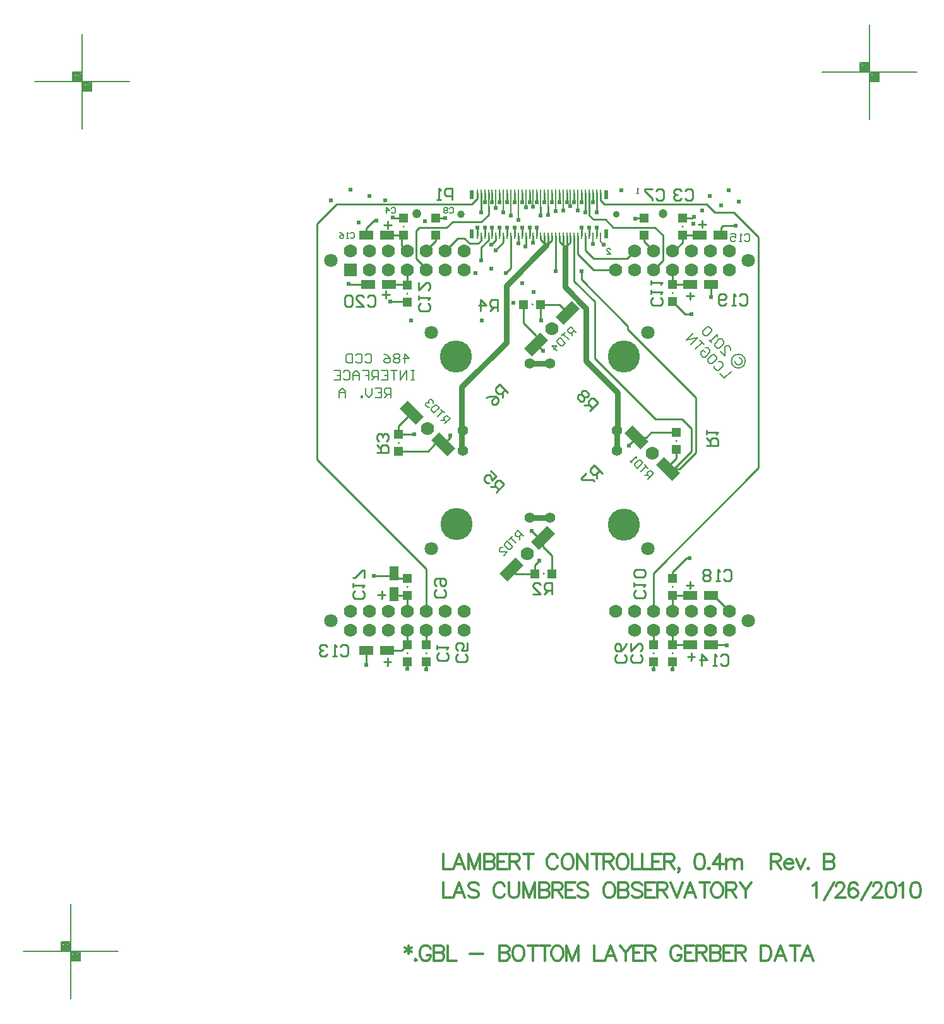
<source format=gbl>
%FSLAX25Y25*%
%MOIN*%
G70*
G01*
G75*
G04 Layer_Physical_Order=5*
G04 Layer_Color=16711680*
%ADD10C,0.00984*%
%ADD11C,0.01000*%
%ADD12C,0.00787*%
%ADD13C,0.00700*%
%ADD14C,0.01201*%
%ADD15C,0.00800*%
%ADD16C,0.01200*%
%ADD17C,0.01201*%
%ADD18C,0.07087*%
%ADD19C,0.07000*%
%ADD20C,0.03937*%
%ADD21C,0.03543*%
%ADD22C,0.05512*%
%ADD23R,0.07000X0.07000*%
%ADD24C,0.04807*%
%ADD25C,0.04724*%
%ADD26C,0.16929*%
%ADD27C,0.02400*%
%ADD28C,0.04000*%
%ADD29C,0.09087*%
%ADD30C,0.09874*%
%ADD31C,0.05937*%
%ADD32C,0.05543*%
%ADD33C,0.05347*%
%ADD34C,0.06000*%
G04:AMPARAMS|DCode=35|XSize=100mil|YSize=100mil|CornerRadius=0mil|HoleSize=0mil|Usage=FLASHONLY|Rotation=0.000|XOffset=0mil|YOffset=0mil|HoleType=Round|Shape=Relief|Width=10mil|Gap=10mil|Entries=4|*
%AMTHD35*
7,0,0,0.10000,0.08000,0.01000,45*
%
%ADD35THD35*%
%ADD36C,0.06921*%
%ADD37C,0.18929*%
%ADD38C,0.03000*%
G04:AMPARAMS|DCode=39|XSize=70mil|YSize=70mil|CornerRadius=0mil|HoleSize=0mil|Usage=FLASHONLY|Rotation=0.000|XOffset=0mil|YOffset=0mil|HoleType=Round|Shape=Relief|Width=10mil|Gap=10mil|Entries=4|*
%AMTHD39*
7,0,0,0.07000,0.05000,0.01000,45*
%
%ADD39THD39*%
%ADD40C,0.00500*%
%ADD41R,0.07800X0.04800*%
%ADD42R,0.04800X0.07800*%
%ADD43R,0.05000X0.05000*%
G04:AMPARAMS|DCode=44|XSize=59.06mil|YSize=118.11mil|CornerRadius=0mil|HoleSize=0mil|Usage=FLASHONLY|Rotation=315.000|XOffset=0mil|YOffset=0mil|HoleType=Round|Shape=Rectangle|*
%AMROTATEDRECTD44*
4,1,4,-0.06264,-0.02088,0.02088,0.06264,0.06264,0.02088,-0.02088,-0.06264,-0.06264,-0.02088,0.0*
%
%ADD44ROTATEDRECTD44*%

G04:AMPARAMS|DCode=45|XSize=59.06mil|YSize=118.11mil|CornerRadius=0mil|HoleSize=0mil|Usage=FLASHONLY|Rotation=45.000|XOffset=0mil|YOffset=0mil|HoleType=Round|Shape=Rectangle|*
%AMROTATEDRECTD45*
4,1,4,0.02088,-0.06264,-0.06264,0.02088,-0.02088,0.06264,0.06264,-0.02088,0.02088,-0.06264,0.0*
%
%ADD45ROTATEDRECTD45*%

%ADD46R,0.05000X0.05000*%
%ADD47R,0.02362X0.05118*%
%ADD48R,0.00984X0.03543*%
%ADD49C,0.03000*%
D10*
X189728Y108639D02*
Y110102D01*
X194047Y114421D01*
Y118925D01*
X192839Y108639D02*
X195939D01*
X204500Y117200D01*
X189728Y108639D02*
X192839D01*
X202247Y118047D01*
X144000Y208500D02*
X168500Y184000D01*
X204500Y117200D02*
Y146400D01*
X168500Y182400D02*
X204500Y146400D01*
X168500Y182400D02*
Y184000D01*
X144000Y208500D02*
Y213000D01*
X130421Y213079D02*
X130500Y213000D01*
X130421Y213079D02*
Y231693D01*
X182987Y135025D02*
X197247D01*
X151047Y166965D02*
X182987Y135025D01*
X151047Y166965D02*
Y196825D01*
X34449Y239469D02*
X35925D01*
X30500Y235520D02*
X34449Y239469D01*
X30500Y232000D02*
Y235520D01*
X41500Y232000D02*
X41575Y231925D01*
X50047D01*
X21161Y206201D02*
X21362Y206000D01*
X31500D01*
X51972D02*
X52047Y205925D01*
X42500Y206000D02*
X51972D01*
X213671Y42000D02*
X222049Y33622D01*
X212500Y42000D02*
X213671D01*
X201425Y41925D02*
X201500Y42000D01*
X192047Y41925D02*
X201425D01*
X220713Y16000D02*
X220965Y15748D01*
X212500Y16000D02*
X220713D01*
X192122D02*
X201500D01*
X192049Y15927D02*
X192122Y16000D01*
X212500Y199213D02*
Y206000D01*
X192049Y205927D02*
Y213622D01*
Y205927D02*
X192122Y206000D01*
X192047Y205925D02*
X192049Y205927D01*
X192122Y206000D02*
X201500D01*
X192047Y196925D02*
X198716Y190256D01*
X202264D01*
X218838Y237008D02*
X225590D01*
X217657Y235827D02*
X218838Y237008D01*
X217657Y232157D02*
Y235827D01*
X217500Y232000D02*
X217657Y232157D01*
X30413Y5413D02*
X30500Y5500D01*
Y13000D01*
X45000Y42500D02*
X45575Y41925D01*
X52047D01*
X34350Y52362D02*
X46138D01*
X47575Y50925D01*
X52047D01*
X43247Y196925D02*
X52047D01*
X168052Y219625D02*
X172049Y223622D01*
X150447Y219625D02*
X168052D01*
X146169Y223903D02*
X150447Y219625D01*
X146169Y223903D02*
Y231693D01*
X150550Y213622D02*
X162049D01*
X142232Y221940D02*
X150550Y213622D01*
X142232Y221940D02*
Y231693D01*
X89083Y251297D02*
Y254134D01*
X56947Y219525D02*
Y234425D01*
X94988Y251066D02*
Y254134D01*
X154043Y250429D02*
X156247Y248225D01*
X154043Y250429D02*
Y254134D01*
X210147Y248225D02*
X214447Y243925D01*
X156247Y248225D02*
X210147D01*
X148138Y250415D02*
Y254134D01*
X148239Y242433D02*
X150447Y240225D01*
X148014Y245117D02*
X148239Y244892D01*
X148014Y245117D02*
Y250292D01*
X148239Y242433D02*
Y244892D01*
X148014Y250292D02*
X148138Y250415D01*
X150447Y240225D02*
X156647D01*
X160747Y236125D01*
X182847D01*
X187047Y231925D01*
Y218620D02*
Y231925D01*
X214447Y243925D02*
X224547D01*
X237547Y230925D01*
Y109225D02*
Y230925D01*
X126447Y247125D02*
X126484Y247162D01*
X126447Y242525D02*
Y247125D01*
X96347Y226925D02*
X96447D01*
X98925Y229403D01*
Y231693D01*
X102862Y228140D02*
Y231693D01*
X98747Y224025D02*
X102862Y228140D01*
X106799Y214677D02*
Y231693D01*
X104147Y212025D02*
X106799Y214677D01*
X110736Y227636D02*
X110747Y227625D01*
X110736Y227636D02*
Y231693D01*
X114547Y226125D02*
X114673Y226251D01*
Y231693D01*
X118547Y227825D02*
X118610Y227888D01*
Y231693D01*
X91047Y244025D02*
X91051Y244029D01*
Y254134D01*
X146147Y244025D02*
X146169Y244047D01*
X152075Y244098D02*
X152147Y244025D01*
X152075Y244098D02*
Y254134D01*
X150106Y249425D02*
Y254134D01*
X146169Y244047D02*
Y254134D01*
X144201Y249425D02*
Y254134D01*
X140264Y249425D02*
Y254134D01*
X136327Y249425D02*
Y254134D01*
X132390Y249425D02*
Y254134D01*
X128453Y249425D02*
Y254134D01*
X93020Y249425D02*
Y254134D01*
X96957Y249425D02*
Y254134D01*
X108768Y249425D02*
Y254134D01*
X116642Y249425D02*
Y254134D01*
X120579Y249425D02*
Y254134D01*
X124516Y249425D02*
Y254134D01*
X100894Y249425D02*
Y254134D01*
X104831Y249425D02*
Y254134D01*
X144201Y231693D02*
Y235925D01*
X120579Y231693D02*
Y235925D01*
X108768Y231693D02*
Y235925D01*
X112705Y231693D02*
Y235925D01*
X152075Y231693D02*
Y235925D01*
X148138Y231693D02*
Y235925D01*
X116642Y231693D02*
Y235925D01*
X89083Y231693D02*
Y235925D01*
X93020Y231693D02*
Y235925D01*
X96957Y231693D02*
Y235925D01*
X100894Y231693D02*
Y235925D01*
X104831Y231693D02*
Y235925D01*
X52047Y205925D02*
X52049Y205927D01*
X49247Y231125D02*
X50047Y231925D01*
X49247Y226424D02*
Y231125D01*
Y226424D02*
X52049Y223622D01*
X44347Y241225D02*
X44647Y240925D01*
X50047D01*
X71847D02*
X72047Y241125D01*
X67047Y240925D02*
X71847D01*
X67047Y228825D02*
Y231925D01*
X62049Y223827D02*
X67047Y228825D01*
X62049Y223622D02*
Y223827D01*
X177047Y228624D02*
Y231925D01*
X172347Y240725D02*
X172547Y240925D01*
X177047D01*
Y228624D02*
X182049Y223622D01*
X192047Y196925D02*
X192147Y196825D01*
X182047Y2953D02*
Y6925D01*
Y15925D02*
X182049Y15927D01*
Y23622D01*
X192047Y2854D02*
Y6925D01*
X192049Y15927D02*
Y23622D01*
X192047Y33624D02*
Y41925D01*
X62047Y2953D02*
Y6925D01*
Y15925D02*
Y23620D01*
X52047Y3150D02*
Y6925D01*
Y15925D02*
X52049Y15927D01*
Y23622D01*
Y33622D02*
Y41923D01*
X140264Y207609D02*
X151047Y196825D01*
X140264Y207609D02*
Y231693D01*
X197247Y135025D02*
X202247Y130025D01*
Y118047D02*
Y130025D01*
X180947Y127925D02*
X194047D01*
X132390Y228483D02*
X134358Y226514D01*
X132390Y228483D02*
Y231693D01*
X134358Y226514D02*
Y231693D01*
X136327Y226305D02*
X138295Y228273D01*
Y231693D01*
X136327Y226305D02*
Y231693D01*
X173024Y125342D02*
X178364D01*
X180947Y127925D01*
X169147Y121465D02*
X173024Y125342D01*
X169147Y121125D02*
Y121465D01*
X121747Y60225D02*
X121847D01*
X119547Y58025D02*
X121747Y60225D01*
X119547Y53425D02*
Y58025D01*
X123964Y67708D02*
Y72448D01*
Y67708D02*
X128547Y63125D01*
Y53425D02*
Y63125D01*
X107261Y55745D02*
X109580Y53425D01*
X119547D01*
X121424Y72448D02*
X123964D01*
X117847Y76025D02*
X121424Y72448D01*
X55747Y126925D02*
X55947Y127125D01*
X47547Y126925D02*
X55747D01*
X47547D02*
Y131392D01*
X63047Y117925D02*
X66631Y121509D01*
X47547Y117925D02*
X63047D01*
X47547Y131392D02*
X54367Y138212D01*
X71070Y121509D02*
X74947Y125386D01*
Y126225D01*
X122547Y187125D02*
X122747Y186925D01*
X122547Y187125D02*
Y195425D01*
X120131Y174402D02*
Y178942D01*
X113547Y185525D02*
X120131Y178942D01*
X113547Y185525D02*
Y195425D01*
X122547D02*
X132514D01*
X136834Y191106D01*
X62049Y33622D02*
Y56123D01*
X4547Y113625D02*
X62049Y56123D01*
X4547Y113625D02*
Y237925D01*
X182049Y53727D02*
X237547Y109225D01*
X182049Y33622D02*
Y53727D01*
X56947Y219525D02*
X62049Y214423D01*
Y213622D02*
Y214423D01*
X182049Y213622D02*
X187047Y218620D01*
X182049Y213622D02*
Y214838D01*
X201154Y223622D02*
X202049D01*
X42049Y222406D02*
Y223622D01*
X197400Y240900D02*
X202514D01*
X203346Y241732D01*
X4547Y237925D02*
X14949Y248327D01*
X86112D01*
X89083Y251297D01*
D11*
X52141Y201100D02*
G03*
X52141Y201100I-141J0D01*
G01*
X118189Y195425D02*
G03*
X118189Y195425I-141J0D01*
G01*
X47689Y122425D02*
G03*
X47689Y122425I-141J0D01*
G01*
X124189Y53425D02*
G03*
X124189Y53425I-141J0D01*
G01*
X194189Y123425D02*
G03*
X194189Y123425I-141J0D01*
G01*
X192189Y11425D02*
G03*
X192189Y11425I-141J0D01*
G01*
X52189D02*
G03*
X52189Y11425I-141J0D01*
G01*
X197541Y236400D02*
G03*
X197541Y236400I-141J0D01*
G01*
X50189Y236425D02*
G03*
X50189Y236425I-141J0D01*
G01*
X62189Y11425D02*
G03*
X62189Y11425I-141J0D01*
G01*
X182189D02*
G03*
X182189Y11425I-141J0D01*
G01*
X52189Y46425D02*
G03*
X52189Y46425I-141J0D01*
G01*
X192189D02*
G03*
X192189Y46425I-141J0D01*
G01*
Y201425D02*
G03*
X192189Y201425I-141J0D01*
G01*
X81377Y118327D02*
X81397Y118347D01*
X120131Y174402D02*
X120498D01*
X123900Y171000D01*
X114700Y246500D02*
Y247600D01*
X114673Y247627D02*
X114700Y247600D01*
X199322Y61625D02*
X201247D01*
X192047Y54350D02*
X199322Y61625D01*
X192047Y50925D02*
Y54350D01*
X39728Y237413D02*
X43665D01*
X41697Y235445D02*
X41795Y235543D01*
Y239283D01*
X38878Y200689D02*
X42815D01*
X40846Y198721D02*
X40945Y198819D01*
Y202559D01*
X201279Y45571D02*
X201378Y45669D01*
Y49409D01*
X199311Y47441D02*
X203248D01*
X200000Y9646D02*
X203937D01*
X202067Y7874D02*
Y11614D01*
X201969Y7776D02*
X202067Y7874D01*
X201476Y198031D02*
Y201772D01*
X201378Y197933D02*
X201476Y198031D01*
X199409Y199902D02*
X203346D01*
X205709Y237795D02*
X209646D01*
X207776Y236024D02*
Y239764D01*
X207677Y235925D02*
X207776Y236024D01*
X206400Y231900D02*
X206500Y232000D01*
X197400Y231900D02*
X206400D01*
X49122Y13000D02*
X52047Y15925D01*
X41500Y13000D02*
X49122D01*
X39665Y6890D02*
X43602D01*
X41732Y5118D02*
Y8858D01*
X41634Y5020D02*
X41732Y5118D01*
X36614Y42224D02*
X40551D01*
X38681Y40453D02*
Y44193D01*
X38583Y40354D02*
X38681Y40453D01*
X52049Y205927D02*
Y213622D01*
X91247Y218625D02*
Y225625D01*
X94988Y229366D01*
Y231693D01*
X72049Y223622D02*
X78752Y230325D01*
X82247D01*
X85047Y227525D01*
X89555D01*
X91051Y229021D01*
Y231693D01*
X76047Y239025D02*
X91247D01*
X94988Y242766D01*
Y247184D01*
X122447Y246725D02*
X122547Y246825D01*
X122447Y242425D02*
Y246725D01*
X112705Y249425D02*
Y254134D01*
X124516Y227557D02*
Y231693D01*
X122547Y229525D02*
X124516Y227557D01*
X125597Y226475D01*
X122547Y229525D02*
Y231693D01*
X128447Y231687D02*
X128453Y231693D01*
X128447Y229325D02*
Y231687D01*
X126484Y227362D02*
X128447Y229325D01*
X126484Y227362D02*
Y231693D01*
X197400Y228109D02*
Y231900D01*
X192913Y223622D02*
X197400Y228109D01*
X192049Y223622D02*
X192913D01*
X56947Y234425D02*
X58347Y235825D01*
X72847D01*
X76047Y239025D01*
X31139Y199191D02*
X32139Y200191D01*
X34138D01*
X35138Y199191D01*
Y195193D01*
X34138Y194193D01*
X32139D01*
X31139Y195193D01*
X25141Y194193D02*
X29140D01*
X25141Y198192D01*
Y199191D01*
X26141Y200191D01*
X28140D01*
X29140Y199191D01*
X23142D02*
X22142Y200191D01*
X20143D01*
X19143Y199191D01*
Y195193D01*
X20143Y194193D01*
X22142D01*
X23142Y195193D01*
Y199191D01*
X227497Y199979D02*
X228497Y200978D01*
X230496D01*
X231496Y199979D01*
Y195980D01*
X230496Y194980D01*
X228497D01*
X227497Y195980D01*
X225498Y194980D02*
X223499D01*
X224498D01*
Y200978D01*
X225498Y199979D01*
X220500Y195980D02*
X219500Y194980D01*
X217501D01*
X216501Y195980D01*
Y199979D01*
X217501Y200978D01*
X219500D01*
X220500Y199979D01*
Y198979D01*
X219500Y197979D01*
X216501D01*
X219131Y54506D02*
X220131Y55506D01*
X222130D01*
X223130Y54506D01*
Y50507D01*
X222130Y49508D01*
X220131D01*
X219131Y50507D01*
X217132Y49508D02*
X215132D01*
X216132D01*
Y55506D01*
X217132Y54506D01*
X212134D02*
X211134Y55506D01*
X209135D01*
X208135Y54506D01*
Y53507D01*
X209135Y52507D01*
X208135Y51507D01*
Y50507D01*
X209135Y49508D01*
X211134D01*
X212134Y50507D01*
Y51507D01*
X211134Y52507D01*
X212134Y53507D01*
Y54506D01*
X211134Y52507D02*
X209135D01*
X28620Y44156D02*
X29620Y43156D01*
Y41157D01*
X28620Y40157D01*
X24622D01*
X23622Y41157D01*
Y43156D01*
X24622Y44156D01*
X23622Y46156D02*
Y48155D01*
Y47155D01*
X29620D01*
X28620Y46156D01*
X29620Y51154D02*
Y55153D01*
X28620D01*
X24622Y51154D01*
X23622D01*
X217556Y9821D02*
X218556Y10821D01*
X220555D01*
X221555Y9821D01*
Y5822D01*
X220555Y4823D01*
X218556D01*
X217556Y5822D01*
X215557Y4823D02*
X213558D01*
X214557D01*
Y10821D01*
X215557Y9821D01*
X207560Y4823D02*
Y10821D01*
X210559Y7822D01*
X206560D01*
X16867Y15038D02*
X17867Y16037D01*
X19866D01*
X20866Y15038D01*
Y11039D01*
X19866Y10039D01*
X17867D01*
X16867Y11039D01*
X14868Y10039D02*
X12869D01*
X13868D01*
Y16037D01*
X14868Y15038D01*
X9870D02*
X8870Y16037D01*
X6871D01*
X5871Y15038D01*
Y14038D01*
X6871Y13038D01*
X7870D01*
X6871D01*
X5871Y12039D01*
Y11039D01*
X6871Y10039D01*
X8870D01*
X9870Y11039D01*
X63069Y195829D02*
X64069Y194830D01*
Y192830D01*
X63069Y191831D01*
X59071D01*
X58071Y192830D01*
Y194830D01*
X59071Y195829D01*
X58071Y197829D02*
Y199828D01*
Y198828D01*
X64069D01*
X63069Y197829D01*
X58071Y206826D02*
Y202827D01*
X62070Y206826D01*
X63069D01*
X64069Y205826D01*
Y203827D01*
X63069Y202827D01*
X75689Y250525D02*
Y256523D01*
X72690D01*
X71690Y255524D01*
Y253524D01*
X72690Y252524D01*
X75689D01*
X69691Y250525D02*
X67692D01*
X68691D01*
Y256523D01*
X69691Y255524D01*
X185746Y198924D02*
X186745Y197924D01*
Y195925D01*
X185746Y194925D01*
X181747D01*
X180747Y195925D01*
Y197924D01*
X181747Y198924D01*
X180747Y200923D02*
Y202923D01*
Y201923D01*
X186745D01*
X185746Y200923D01*
X180747Y205922D02*
Y207921D01*
Y206921D01*
X186745D01*
X185746Y205922D01*
X176947Y44747D02*
X177947Y43747D01*
Y41748D01*
X176947Y40748D01*
X172949D01*
X171949Y41748D01*
Y43747D01*
X172949Y44747D01*
X171949Y46746D02*
Y48745D01*
Y47746D01*
X177947D01*
X176947Y46746D01*
Y51745D02*
X177947Y52744D01*
Y54743D01*
X176947Y55743D01*
X172949D01*
X171949Y54743D01*
Y52744D01*
X172949Y51745D01*
X176947D01*
X71337Y45042D02*
X72337Y44042D01*
Y42043D01*
X71337Y41043D01*
X67338D01*
X66339Y42043D01*
Y44042D01*
X67338Y45042D01*
Y47041D02*
X66339Y48041D01*
Y50040D01*
X67338Y51040D01*
X71337D01*
X72337Y50040D01*
Y48041D01*
X71337Y47041D01*
X70337D01*
X69338Y48041D01*
Y51040D01*
X183403Y255392D02*
X184403Y256392D01*
X186402D01*
X187402Y255392D01*
Y251393D01*
X186402Y250394D01*
X184403D01*
X183403Y251393D01*
X181404Y256392D02*
X177405D01*
Y255392D01*
X181404Y251393D01*
Y250394D01*
X166908Y10593D02*
X167908Y9594D01*
Y7594D01*
X166908Y6594D01*
X162909D01*
X161909Y7594D01*
Y9594D01*
X162909Y10593D01*
X167908Y16591D02*
X166908Y14592D01*
X164909Y12593D01*
X162909D01*
X161909Y13592D01*
Y15592D01*
X162909Y16591D01*
X163909D01*
X164909Y15592D01*
Y12593D01*
X82754Y10987D02*
X83754Y9987D01*
Y7988D01*
X82754Y6988D01*
X78756D01*
X77756Y7988D01*
Y9987D01*
X78756Y10987D01*
X83754Y16985D02*
Y12986D01*
X80755D01*
X81755Y14986D01*
Y15985D01*
X80755Y16985D01*
X78756D01*
X77756Y15985D01*
Y13986D01*
X78756Y12986D01*
X198954Y255294D02*
X199954Y256293D01*
X201953D01*
X202953Y255294D01*
Y251295D01*
X201953Y250295D01*
X199954D01*
X198954Y251295D01*
X196955Y255294D02*
X195955Y256293D01*
X193956D01*
X192956Y255294D01*
Y254294D01*
X193956Y253294D01*
X194955D01*
X193956D01*
X192956Y252295D01*
Y251295D01*
X193956Y250295D01*
X195955D01*
X196955Y251295D01*
X174979Y10593D02*
X175978Y9594D01*
Y7594D01*
X174979Y6594D01*
X170980D01*
X169980Y7594D01*
Y9594D01*
X170980Y10593D01*
X169980Y16591D02*
Y12593D01*
X173979Y16591D01*
X174979D01*
X175978Y15592D01*
Y13592D01*
X174979Y12593D01*
X72715Y11774D02*
X73715Y10775D01*
Y8775D01*
X72715Y7776D01*
X68716D01*
X67716Y8775D01*
Y10775D01*
X68716Y11774D01*
X67716Y13774D02*
Y15773D01*
Y14773D01*
X73715D01*
X72715Y13774D01*
X210300Y121100D02*
X216298D01*
Y124099D01*
X215298Y125099D01*
X213299D01*
X212299Y124099D01*
Y121100D01*
Y123099D02*
X210300Y125099D01*
Y127098D02*
Y129097D01*
Y128098D01*
X216298D01*
X215298Y127098D01*
X128347Y42625D02*
Y48623D01*
X125348D01*
X124348Y47624D01*
Y45624D01*
X125348Y44625D01*
X128347D01*
X126348D02*
X124348Y42625D01*
X118351D02*
X122349D01*
X118351Y46624D01*
Y47624D01*
X119350Y48623D01*
X121350D01*
X122349Y47624D01*
X36247Y117425D02*
X42245D01*
Y120424D01*
X41246Y121424D01*
X39246D01*
X38247Y120424D01*
Y117425D01*
Y119424D02*
X36247Y121424D01*
X41246Y123423D02*
X42245Y124423D01*
Y126422D01*
X41246Y127422D01*
X40246D01*
X39246Y126422D01*
Y125423D01*
Y126422D01*
X38247Y127422D01*
X37247D01*
X36247Y126422D01*
Y124423D01*
X37247Y123423D01*
X99747Y192125D02*
Y198123D01*
X96748D01*
X95749Y197124D01*
Y195124D01*
X96748Y194124D01*
X99747D01*
X97748D02*
X95749Y192125D01*
X90750D02*
Y198123D01*
X93749Y195124D01*
X89750D01*
X99016Y96378D02*
X103257Y100619D01*
X101136Y102740D01*
X99723D01*
X98309Y101326D01*
Y99912D01*
X100429Y97792D01*
X99016Y99205D02*
X96188D01*
Y107688D02*
X99016Y104860D01*
X96895Y102740D01*
X96188Y104860D01*
X95481Y105567D01*
X94068D01*
X92654Y104154D01*
Y102740D01*
X94068Y101326D01*
X95481D01*
X105138Y149016D02*
X100897Y153257D01*
X98776Y151136D01*
Y149723D01*
X100190Y148309D01*
X101603D01*
X103724Y150429D01*
X102310Y149016D02*
Y146188D01*
X93828D02*
X95948Y146895D01*
X98776D01*
X100190Y145481D01*
Y144068D01*
X98776Y142654D01*
X97362D01*
X96655Y143361D01*
Y144774D01*
X98776Y146895D01*
X155055Y106434D02*
X150814Y110675D01*
X148693Y108554D01*
Y107141D01*
X150107Y105727D01*
X151521D01*
X153641Y107848D01*
X152228Y106434D02*
Y103606D01*
X146573Y106434D02*
X143745Y103606D01*
X144452Y102900D01*
X150107Y102900D01*
X150814Y102193D01*
X148425Y139449D02*
X152666Y143690D01*
X150546Y145811D01*
X149132D01*
X147718Y144397D01*
Y142983D01*
X149839Y140863D01*
X148425Y142276D02*
X145598D01*
X147718Y147224D02*
Y148638D01*
X146305Y150052D01*
X144891D01*
X144184Y149345D01*
Y147931D01*
X142770D01*
X142063Y147224D01*
Y145811D01*
X143477Y144397D01*
X144891D01*
X145598Y145104D01*
Y146518D01*
X147011D01*
X147718Y147224D01*
X145598Y146518D02*
X144184Y147931D01*
D13*
X118610Y247110D02*
Y254134D01*
X114673Y247627D02*
Y254134D01*
X134447Y245125D02*
Y246947D01*
X134358Y247036D02*
X134447Y246947D01*
X142147Y244925D02*
X142232Y245010D01*
Y254134D01*
X98925Y246147D02*
Y254134D01*
X110736Y240036D02*
X110747Y240025D01*
X102847Y244025D02*
X102862Y244040D01*
Y254134D01*
X154043Y228529D02*
X155647Y226925D01*
X154043Y228529D02*
Y231693D01*
X150047Y227325D02*
X150106Y227384D01*
Y231693D01*
X94988Y247184D02*
Y251066D01*
X130347Y244625D02*
X130421Y244699D01*
X106799Y242277D02*
Y254134D01*
X110736Y240036D02*
Y254134D01*
X122547Y246825D02*
Y254134D01*
X126484Y247162D02*
Y254134D01*
X134358Y247036D02*
Y254134D01*
X138295Y247273D02*
Y254134D01*
X130421Y244699D02*
Y254134D01*
X22016Y232814D02*
X22516Y233314D01*
X23516D01*
X24016Y232814D01*
Y230815D01*
X23516Y230315D01*
X22516D01*
X22016Y230815D01*
X21017Y230315D02*
X20017D01*
X20517D01*
Y233314D01*
X21017Y232814D01*
X16518Y233314D02*
X17518Y232814D01*
X18518Y231815D01*
Y230815D01*
X18018Y230315D01*
X17018D01*
X16518Y230815D01*
Y231315D01*
X17018Y231815D01*
X18518D01*
X230110Y231876D02*
X230776Y232542D01*
X232109D01*
X232776Y231876D01*
Y229210D01*
X232109Y228543D01*
X230776D01*
X230110Y229210D01*
X228777Y228543D02*
X227444D01*
X228110D01*
Y232542D01*
X228777Y231876D01*
X222779Y232542D02*
X225445D01*
Y230543D01*
X224112Y231209D01*
X223445D01*
X222779Y230543D01*
Y229210D01*
X223445Y228543D01*
X224778D01*
X225445Y229210D01*
X74379Y246101D02*
X74878Y246601D01*
X75878D01*
X76378Y246101D01*
Y244102D01*
X75878Y243602D01*
X74878D01*
X74379Y244102D01*
X73379Y246101D02*
X72879Y246601D01*
X71879D01*
X71380Y246101D01*
Y245602D01*
X71879Y245102D01*
X71380Y244602D01*
Y244102D01*
X71879Y243602D01*
X72879D01*
X73379Y244102D01*
Y244602D01*
X72879Y245102D01*
X73379Y245602D01*
Y246101D01*
X72879Y245102D02*
X71879D01*
X43768Y246101D02*
X44268Y246601D01*
X45268D01*
X45768Y246101D01*
Y244102D01*
X45268Y243602D01*
X44268D01*
X43768Y244102D01*
X41269Y243602D02*
Y246601D01*
X42769Y245102D01*
X40769D01*
X179232Y103445D02*
X182060Y106272D01*
X180646Y107686D01*
X179703D01*
X178761Y106744D01*
Y105801D01*
X180175Y104387D01*
X179232Y105330D02*
X177347D01*
X179232Y109100D02*
X177347Y110985D01*
X178290Y110042D01*
X175462Y107215D01*
X176405Y111927D02*
X173577Y109100D01*
X172163Y110514D01*
Y111456D01*
X174048Y113341D01*
X174991D01*
X176405Y111927D01*
X170750D02*
X169807Y112870D01*
X170279Y112399D01*
X173106Y115226D01*
Y114284D01*
X113386Y73327D02*
X110558Y76154D01*
X109145Y74740D01*
Y73798D01*
X110087Y72856D01*
X111030D01*
X112443Y74269D01*
X111501Y73327D02*
Y71442D01*
X107731Y73327D02*
X105846Y71442D01*
X106788Y72384D01*
X109616Y69557D01*
X104903Y70499D02*
X107731Y67672D01*
X106317Y66258D01*
X105375D01*
X103489Y68143D01*
Y69086D01*
X104903Y70499D01*
X103018Y62959D02*
X104903Y64844D01*
X101133D01*
X100662Y65316D01*
Y66258D01*
X101604Y67200D01*
X102547D01*
X71850Y132480D02*
X74678Y135308D01*
X73264Y136722D01*
X72322D01*
X71379Y135779D01*
Y134837D01*
X72793Y133423D01*
X71850Y134365D02*
X69965D01*
X71850Y138135D02*
X69965Y140020D01*
X70908Y139078D01*
X68080Y136250D01*
X69023Y140963D02*
X66195Y138135D01*
X64782Y139549D01*
Y140492D01*
X66667Y142377D01*
X67609D01*
X69023Y140963D01*
X65724Y143319D02*
Y144262D01*
X64782Y145204D01*
X63839D01*
X63368Y144733D01*
Y143790D01*
X63839Y143319D01*
X63368Y143790D01*
X62425D01*
X61954Y143319D01*
Y142377D01*
X62897Y141434D01*
X63839D01*
X141142Y180709D02*
X138314Y183536D01*
X136900Y182122D01*
Y181180D01*
X137843Y180237D01*
X138786D01*
X140199Y181651D01*
X139257Y180709D02*
Y178824D01*
X135487Y180709D02*
X133602Y178824D01*
X134544Y179766D01*
X137372Y176939D01*
X132659Y177881D02*
X135487Y175054D01*
X134073Y173640D01*
X133130D01*
X131245Y175525D01*
Y176467D01*
X132659Y177881D01*
X131245Y170812D02*
X128418Y173640D01*
X131245Y173640D01*
X129360Y171755D01*
D14*
X52692Y-142592D02*
Y-147163D01*
X50787Y-143735D02*
X54596Y-146020D01*
Y-143735D02*
X50787Y-146020D01*
X56615Y-149829D02*
X56234Y-150210D01*
X56615Y-150591D01*
X56996Y-150210D01*
X56615Y-149829D01*
X64461Y-144497D02*
X64080Y-143735D01*
X63318Y-142973D01*
X62556Y-142592D01*
X61033D01*
X60271Y-142973D01*
X59509Y-143735D01*
X59128Y-144497D01*
X58748Y-145639D01*
Y-147544D01*
X59128Y-148686D01*
X59509Y-149448D01*
X60271Y-150210D01*
X61033Y-150591D01*
X62556D01*
X63318Y-150210D01*
X64080Y-149448D01*
X64461Y-148686D01*
Y-147544D01*
X62556D02*
X64461D01*
X66289Y-142592D02*
Y-150591D01*
Y-142592D02*
X69717D01*
X70859Y-142973D01*
X71240Y-143354D01*
X71621Y-144116D01*
Y-144878D01*
X71240Y-145639D01*
X70859Y-146020D01*
X69717Y-146401D01*
X66289D02*
X69717D01*
X70859Y-146782D01*
X71240Y-147163D01*
X71621Y-147924D01*
Y-149067D01*
X71240Y-149829D01*
X70859Y-150210D01*
X69717Y-150591D01*
X66289D01*
X73411Y-142592D02*
Y-150591D01*
X77982D01*
X85142Y-147163D02*
X91998D01*
X100643Y-142592D02*
Y-150591D01*
Y-142592D02*
X104071D01*
X105214Y-142973D01*
X105595Y-143354D01*
X105976Y-144116D01*
Y-144878D01*
X105595Y-145639D01*
X105214Y-146020D01*
X104071Y-146401D01*
X100643D02*
X104071D01*
X105214Y-146782D01*
X105595Y-147163D01*
X105976Y-147924D01*
Y-149067D01*
X105595Y-149829D01*
X105214Y-150210D01*
X104071Y-150591D01*
X100643D01*
X110051Y-142592D02*
X109289Y-142973D01*
X108527Y-143735D01*
X108147Y-144497D01*
X107766Y-145639D01*
Y-147544D01*
X108147Y-148686D01*
X108527Y-149448D01*
X109289Y-150210D01*
X110051Y-150591D01*
X111574D01*
X112336Y-150210D01*
X113098Y-149448D01*
X113479Y-148686D01*
X113860Y-147544D01*
Y-145639D01*
X113479Y-144497D01*
X113098Y-143735D01*
X112336Y-142973D01*
X111574Y-142592D01*
X110051D01*
X118392D02*
Y-150591D01*
X115726Y-142592D02*
X121058D01*
X124676D02*
Y-150591D01*
X122010Y-142592D02*
X127342D01*
X130580D02*
X129818Y-142973D01*
X129056Y-143735D01*
X128675Y-144497D01*
X128295Y-145639D01*
Y-147544D01*
X128675Y-148686D01*
X129056Y-149448D01*
X129818Y-150210D01*
X130580Y-150591D01*
X132103D01*
X132865Y-150210D01*
X133627Y-149448D01*
X134008Y-148686D01*
X134388Y-147544D01*
Y-145639D01*
X134008Y-144497D01*
X133627Y-143735D01*
X132865Y-142973D01*
X132103Y-142592D01*
X130580D01*
X136255D02*
Y-150591D01*
Y-142592D02*
X139302Y-150591D01*
X142349Y-142592D02*
X139302Y-150591D01*
X142349Y-142592D02*
Y-150591D01*
X150918Y-142592D02*
Y-150591D01*
X155489D01*
X162459D02*
X159412Y-142592D01*
X156365Y-150591D01*
X157507Y-147924D02*
X161316D01*
X164325Y-142592D02*
X167372Y-146401D01*
Y-150591D01*
X170419Y-142592D02*
X167372Y-146401D01*
X176399Y-142592D02*
X171447D01*
Y-150591D01*
X176399D01*
X171447Y-146401D02*
X174494D01*
X177732Y-142592D02*
Y-150591D01*
Y-142592D02*
X181159D01*
X182302Y-142973D01*
X182683Y-143354D01*
X183064Y-144116D01*
Y-144878D01*
X182683Y-145639D01*
X182302Y-146020D01*
X181159Y-146401D01*
X177732D01*
X180398D02*
X183064Y-150591D01*
X196851Y-144497D02*
X196470Y-143735D01*
X195709Y-142973D01*
X194947Y-142592D01*
X193423D01*
X192662Y-142973D01*
X191900Y-143735D01*
X191519Y-144497D01*
X191138Y-145639D01*
Y-147544D01*
X191519Y-148686D01*
X191900Y-149448D01*
X192662Y-150210D01*
X193423Y-150591D01*
X194947D01*
X195709Y-150210D01*
X196470Y-149448D01*
X196851Y-148686D01*
Y-147544D01*
X194947D02*
X196851D01*
X203631Y-142592D02*
X198679D01*
Y-150591D01*
X203631D01*
X198679Y-146401D02*
X201727D01*
X204964Y-142592D02*
Y-150591D01*
Y-142592D02*
X208392D01*
X209534Y-142973D01*
X209915Y-143354D01*
X210296Y-144116D01*
Y-144878D01*
X209915Y-145639D01*
X209534Y-146020D01*
X208392Y-146401D01*
X204964D01*
X207630D02*
X210296Y-150591D01*
X212086Y-142592D02*
Y-150591D01*
Y-142592D02*
X215514D01*
X216657Y-142973D01*
X217038Y-143354D01*
X217418Y-144116D01*
Y-144878D01*
X217038Y-145639D01*
X216657Y-146020D01*
X215514Y-146401D01*
X212086D02*
X215514D01*
X216657Y-146782D01*
X217038Y-147163D01*
X217418Y-147924D01*
Y-149067D01*
X217038Y-149829D01*
X216657Y-150210D01*
X215514Y-150591D01*
X212086D01*
X224160Y-142592D02*
X219208D01*
Y-150591D01*
X224160D01*
X219208Y-146401D02*
X222255D01*
X225493Y-142592D02*
Y-150591D01*
Y-142592D02*
X228921D01*
X230063Y-142973D01*
X230444Y-143354D01*
X230825Y-144116D01*
Y-144878D01*
X230444Y-145639D01*
X230063Y-146020D01*
X228921Y-146401D01*
X225493D01*
X228159D02*
X230825Y-150591D01*
X238899Y-142592D02*
Y-150591D01*
Y-142592D02*
X241566D01*
X242708Y-142973D01*
X243470Y-143735D01*
X243851Y-144497D01*
X244232Y-145639D01*
Y-147544D01*
X243851Y-148686D01*
X243470Y-149448D01*
X242708Y-150210D01*
X241566Y-150591D01*
X238899D01*
X252116D02*
X249069Y-142592D01*
X246022Y-150591D01*
X247164Y-147924D02*
X250973D01*
X256648Y-142592D02*
Y-150591D01*
X253982Y-142592D02*
X259314D01*
X266360Y-150591D02*
X263313Y-142592D01*
X260266Y-150591D01*
X261409Y-147924D02*
X265218D01*
D15*
X-128591Y-143268D02*
X-127591D01*
X-128591Y-143768D02*
Y-142768D01*
Y-143768D02*
X-127591D01*
Y-142768D01*
X-128591D02*
X-127591D01*
X-129091Y-144268D02*
Y-142768D01*
Y-144268D02*
X-127091D01*
Y-142268D01*
X-129091D02*
X-127091D01*
X-129591Y-144768D02*
Y-142268D01*
Y-144768D02*
X-126591D01*
Y-141768D01*
X-129591D02*
X-126591D01*
X-130091Y-145268D02*
Y-141268D01*
Y-145268D02*
X-126091D01*
Y-141268D01*
X-130091D02*
X-126091D01*
X-123591Y-148268D02*
X-122591D01*
X-123591Y-148768D02*
Y-147768D01*
Y-148768D02*
X-122591D01*
Y-147768D01*
X-123591D02*
X-122591D01*
X-124091Y-149268D02*
Y-147768D01*
Y-149268D02*
X-122091D01*
Y-147268D01*
X-124091D02*
X-122091D01*
X-124591Y-149768D02*
Y-147268D01*
Y-149768D02*
X-121591D01*
Y-146768D01*
X-124591D02*
X-121591D01*
X-125091Y-150268D02*
Y-146268D01*
Y-150268D02*
X-121091D01*
Y-146268D01*
X-125091D02*
X-121091D01*
X-125591Y-150768D02*
X-120591D01*
Y-145768D01*
X-130591Y-140768D02*
X-125591D01*
X-130591Y-145768D02*
Y-140768D01*
X-125591Y-170768D02*
Y-120768D01*
X-150591Y-145768D02*
X-100591D01*
X-122488Y315492D02*
X-121488D01*
X-122488Y314992D02*
Y315992D01*
Y314992D02*
X-121488D01*
Y315992D01*
X-122488D02*
X-121488D01*
X-122988Y314492D02*
Y315992D01*
Y314492D02*
X-120988D01*
Y316492D01*
X-122988D02*
X-120988D01*
X-123488Y313992D02*
Y316492D01*
Y313992D02*
X-120488D01*
Y316992D01*
X-123488D02*
X-120488D01*
X-123988Y313492D02*
Y317492D01*
Y313492D02*
X-119988D01*
Y317492D01*
X-123988D02*
X-119988D01*
X-117488Y310492D02*
X-116488D01*
X-117488Y309992D02*
Y310992D01*
Y309992D02*
X-116488D01*
Y310992D01*
X-117488D02*
X-116488D01*
X-117988Y309492D02*
Y310992D01*
Y309492D02*
X-115988D01*
Y311492D01*
X-117988D02*
X-115988D01*
X-118488Y308992D02*
Y311492D01*
Y308992D02*
X-115488D01*
Y311992D01*
X-118488D02*
X-115488D01*
X-118988Y308492D02*
Y312492D01*
Y308492D02*
X-114988D01*
Y312492D01*
X-118988D02*
X-114988D01*
X-119488Y307992D02*
X-114488D01*
Y312992D01*
X-124488Y317992D02*
X-119488D01*
X-124488Y312992D02*
Y317992D01*
X-119488Y287992D02*
Y337992D01*
X-144488Y312992D02*
X-94488D01*
X293161Y320429D02*
X294161D01*
X293161Y319929D02*
Y320929D01*
Y319929D02*
X294161D01*
Y320929D01*
X293161D02*
X294161D01*
X292661Y319429D02*
Y320929D01*
Y319429D02*
X294661D01*
Y321429D01*
X292661D02*
X294661D01*
X292161Y318929D02*
Y321429D01*
Y318929D02*
X295161D01*
Y321929D01*
X292161D02*
X295161D01*
X291661Y318429D02*
Y322429D01*
Y318429D02*
X295661D01*
Y322429D01*
X291661D02*
X295661D01*
X298161Y315429D02*
X299161D01*
X298161Y314929D02*
Y315929D01*
Y314929D02*
X299161D01*
Y315929D01*
X298161D02*
X299161D01*
X297661Y314429D02*
Y315929D01*
Y314429D02*
X299661D01*
Y316429D01*
X297661D02*
X299661D01*
X297161Y313929D02*
Y316429D01*
Y313929D02*
X300161D01*
Y316929D01*
X297161D02*
X300161D01*
X296661Y313429D02*
Y317429D01*
Y313429D02*
X300661D01*
Y317429D01*
X296661D02*
X300661D01*
X296161Y312929D02*
X301161D01*
Y317929D01*
X291161Y322929D02*
X296161D01*
X291161Y317929D02*
Y322929D01*
X296161Y292929D02*
Y342929D01*
X271161Y317929D02*
X321161D01*
D16*
X71020Y-94454D02*
Y-102452D01*
X75590D01*
X82560D02*
X79513Y-94454D01*
X76466Y-102452D01*
X77609Y-99786D02*
X81417D01*
X84426Y-94454D02*
Y-102452D01*
Y-94454D02*
X87473Y-102452D01*
X90520Y-94454D02*
X87473Y-102452D01*
X90520Y-94454D02*
Y-102452D01*
X92805Y-94454D02*
Y-102452D01*
Y-94454D02*
X96233D01*
X97376Y-94835D01*
X97757Y-95215D01*
X98138Y-95977D01*
Y-96739D01*
X97757Y-97501D01*
X97376Y-97882D01*
X96233Y-98262D01*
X92805D02*
X96233D01*
X97376Y-98643D01*
X97757Y-99024D01*
X98138Y-99786D01*
Y-100928D01*
X97757Y-101690D01*
X97376Y-102071D01*
X96233Y-102452D01*
X92805D01*
X104879Y-94454D02*
X99928D01*
Y-102452D01*
X104879D01*
X99928Y-98262D02*
X102975D01*
X106212Y-94454D02*
Y-102452D01*
Y-94454D02*
X109640D01*
X110783Y-94835D01*
X111163Y-95215D01*
X111544Y-95977D01*
Y-96739D01*
X111163Y-97501D01*
X110783Y-97882D01*
X109640Y-98262D01*
X106212D01*
X108878D02*
X111544Y-102452D01*
X116000Y-94454D02*
Y-102452D01*
X113334Y-94454D02*
X118667D01*
X131616Y-96358D02*
X131235Y-95596D01*
X130474Y-94835D01*
X129712Y-94454D01*
X128188D01*
X127427Y-94835D01*
X126665Y-95596D01*
X126284Y-96358D01*
X125903Y-97501D01*
Y-99405D01*
X126284Y-100548D01*
X126665Y-101309D01*
X127427Y-102071D01*
X128188Y-102452D01*
X129712D01*
X130474Y-102071D01*
X131235Y-101309D01*
X131616Y-100548D01*
X136149Y-94454D02*
X135387Y-94835D01*
X134625Y-95596D01*
X134244Y-96358D01*
X133863Y-97501D01*
Y-99405D01*
X134244Y-100548D01*
X134625Y-101309D01*
X135387Y-102071D01*
X136149Y-102452D01*
X137672D01*
X138434Y-102071D01*
X139196Y-101309D01*
X139576Y-100548D01*
X139957Y-99405D01*
Y-97501D01*
X139576Y-96358D01*
X139196Y-95596D01*
X138434Y-94835D01*
X137672Y-94454D01*
X136149D01*
X141824D02*
Y-102452D01*
Y-94454D02*
X147156Y-102452D01*
Y-94454D02*
Y-102452D01*
X152031Y-94454D02*
Y-102452D01*
X149365Y-94454D02*
X154697D01*
X155649D02*
Y-102452D01*
Y-94454D02*
X159077D01*
X160220Y-94835D01*
X160600Y-95215D01*
X160981Y-95977D01*
Y-96739D01*
X160600Y-97501D01*
X160220Y-97882D01*
X159077Y-98262D01*
X155649D01*
X158315D02*
X160981Y-102452D01*
X165057Y-94454D02*
X164295Y-94835D01*
X163533Y-95596D01*
X163152Y-96358D01*
X162771Y-97501D01*
Y-99405D01*
X163152Y-100548D01*
X163533Y-101309D01*
X164295Y-102071D01*
X165057Y-102452D01*
X166580D01*
X167342Y-102071D01*
X168104Y-101309D01*
X168484Y-100548D01*
X168865Y-99405D01*
Y-97501D01*
X168484Y-96358D01*
X168104Y-95596D01*
X167342Y-94835D01*
X166580Y-94454D01*
X165057D01*
X170732D02*
Y-102452D01*
X175302D01*
X176178Y-94454D02*
Y-102452D01*
X180748D01*
X186576Y-94454D02*
X181624D01*
Y-102452D01*
X186576D01*
X181624Y-98262D02*
X184671D01*
X187909Y-94454D02*
Y-102452D01*
Y-94454D02*
X191337D01*
X192479Y-94835D01*
X192860Y-95215D01*
X193241Y-95977D01*
Y-96739D01*
X192860Y-97501D01*
X192479Y-97882D01*
X191337Y-98262D01*
X187909D01*
X190575D02*
X193241Y-102452D01*
X195793Y-102071D02*
X195412Y-102452D01*
X195031Y-102071D01*
X195412Y-101690D01*
X195793Y-102071D01*
Y-102833D01*
X195412Y-103595D01*
X195031Y-103975D01*
X206115Y-94454D02*
X204972Y-94835D01*
X204210Y-95977D01*
X203829Y-97882D01*
Y-99024D01*
X204210Y-100928D01*
X204972Y-102071D01*
X206115Y-102452D01*
X206876D01*
X208019Y-102071D01*
X208781Y-100928D01*
X209161Y-99024D01*
Y-97882D01*
X208781Y-95977D01*
X208019Y-94835D01*
X206876Y-94454D01*
X206115D01*
X211333Y-101690D02*
X210952Y-102071D01*
X211333Y-102452D01*
X211713Y-102071D01*
X211333Y-101690D01*
X217274Y-94454D02*
X213465Y-99786D01*
X219178D01*
X217274Y-94454D02*
Y-102452D01*
X220588Y-97120D02*
Y-102452D01*
Y-98643D02*
X221730Y-97501D01*
X222492Y-97120D01*
X223635D01*
X224396Y-97501D01*
X224777Y-98643D01*
Y-102452D01*
Y-98643D02*
X225920Y-97501D01*
X226682Y-97120D01*
X227824D01*
X228586Y-97501D01*
X228967Y-98643D01*
Y-102452D01*
X244049Y-94454D02*
Y-102452D01*
Y-94454D02*
X247477D01*
X248620Y-94835D01*
X249001Y-95215D01*
X249381Y-95977D01*
Y-96739D01*
X249001Y-97501D01*
X248620Y-97882D01*
X247477Y-98262D01*
X244049D01*
X246715D02*
X249381Y-102452D01*
X251171Y-99405D02*
X255742D01*
Y-98643D01*
X255361Y-97882D01*
X254980Y-97501D01*
X254219Y-97120D01*
X253076D01*
X252314Y-97501D01*
X251552Y-98262D01*
X251171Y-99405D01*
Y-100167D01*
X251552Y-101309D01*
X252314Y-102071D01*
X253076Y-102452D01*
X254219D01*
X254980Y-102071D01*
X255742Y-101309D01*
X257456Y-97120D02*
X259741Y-102452D01*
X262026Y-97120D02*
X259741Y-102452D01*
X263702Y-101690D02*
X263321Y-102071D01*
X263702Y-102452D01*
X264083Y-102071D01*
X263702Y-101690D01*
X272119Y-94454D02*
Y-102452D01*
Y-94454D02*
X275547D01*
X276690Y-94835D01*
X277071Y-95215D01*
X277452Y-95977D01*
Y-96739D01*
X277071Y-97501D01*
X276690Y-97882D01*
X275547Y-98262D01*
X272119D02*
X275547D01*
X276690Y-98643D01*
X277071Y-99024D01*
X277452Y-99786D01*
Y-100928D01*
X277071Y-101690D01*
X276690Y-102071D01*
X275547Y-102452D01*
X272119D01*
D17*
X71020Y-109455D02*
Y-117454D01*
X75590D01*
X82560D02*
X79513Y-109455D01*
X76466Y-117454D01*
X77609Y-114787D02*
X81417D01*
X89758Y-110598D02*
X88997Y-109836D01*
X87854Y-109455D01*
X86331D01*
X85188Y-109836D01*
X84426Y-110598D01*
Y-111360D01*
X84807Y-112121D01*
X85188Y-112502D01*
X85950Y-112883D01*
X88235Y-113645D01*
X88997Y-114026D01*
X89378Y-114407D01*
X89758Y-115168D01*
Y-116311D01*
X88997Y-117073D01*
X87854Y-117454D01*
X86331D01*
X85188Y-117073D01*
X84426Y-116311D01*
X103546Y-111360D02*
X103165Y-110598D01*
X102403Y-109836D01*
X101642Y-109455D01*
X100118D01*
X99356Y-109836D01*
X98595Y-110598D01*
X98214Y-111360D01*
X97833Y-112502D01*
Y-114407D01*
X98214Y-115549D01*
X98595Y-116311D01*
X99356Y-117073D01*
X100118Y-117454D01*
X101642D01*
X102403Y-117073D01*
X103165Y-116311D01*
X103546Y-115549D01*
X105793Y-109455D02*
Y-115168D01*
X106174Y-116311D01*
X106936Y-117073D01*
X108078Y-117454D01*
X108840D01*
X109983Y-117073D01*
X110745Y-116311D01*
X111125Y-115168D01*
Y-109455D01*
X113334D02*
Y-117454D01*
Y-109455D02*
X116381Y-117454D01*
X119428Y-109455D02*
X116381Y-117454D01*
X119428Y-109455D02*
Y-117454D01*
X121714Y-109455D02*
Y-117454D01*
Y-109455D02*
X125141D01*
X126284Y-109836D01*
X126665Y-110217D01*
X127046Y-110979D01*
Y-111741D01*
X126665Y-112502D01*
X126284Y-112883D01*
X125141Y-113264D01*
X121714D02*
X125141D01*
X126284Y-113645D01*
X126665Y-114026D01*
X127046Y-114787D01*
Y-115930D01*
X126665Y-116692D01*
X126284Y-117073D01*
X125141Y-117454D01*
X121714D01*
X128836Y-109455D02*
Y-117454D01*
Y-109455D02*
X132264D01*
X133406Y-109836D01*
X133787Y-110217D01*
X134168Y-110979D01*
Y-111741D01*
X133787Y-112502D01*
X133406Y-112883D01*
X132264Y-113264D01*
X128836D01*
X131502D02*
X134168Y-117454D01*
X140909Y-109455D02*
X135958D01*
Y-117454D01*
X140909D01*
X135958Y-113264D02*
X139005D01*
X147575Y-110598D02*
X146813Y-109836D01*
X145670Y-109455D01*
X144147D01*
X143004Y-109836D01*
X142243Y-110598D01*
Y-111360D01*
X142623Y-112121D01*
X143004Y-112502D01*
X143766Y-112883D01*
X146051Y-113645D01*
X146813Y-114026D01*
X147194Y-114407D01*
X147575Y-115168D01*
Y-116311D01*
X146813Y-117073D01*
X145670Y-117454D01*
X144147D01*
X143004Y-117073D01*
X142243Y-116311D01*
X157934Y-109455D02*
X157173Y-109836D01*
X156411Y-110598D01*
X156030Y-111360D01*
X155649Y-112502D01*
Y-114407D01*
X156030Y-115549D01*
X156411Y-116311D01*
X157173Y-117073D01*
X157934Y-117454D01*
X159458D01*
X160220Y-117073D01*
X160981Y-116311D01*
X161362Y-115549D01*
X161743Y-114407D01*
Y-112502D01*
X161362Y-111360D01*
X160981Y-110598D01*
X160220Y-109836D01*
X159458Y-109455D01*
X157934D01*
X163609D02*
Y-117454D01*
Y-109455D02*
X167037D01*
X168180Y-109836D01*
X168561Y-110217D01*
X168941Y-110979D01*
Y-111741D01*
X168561Y-112502D01*
X168180Y-112883D01*
X167037Y-113264D01*
X163609D02*
X167037D01*
X168180Y-113645D01*
X168561Y-114026D01*
X168941Y-114787D01*
Y-115930D01*
X168561Y-116692D01*
X168180Y-117073D01*
X167037Y-117454D01*
X163609D01*
X176064Y-110598D02*
X175302Y-109836D01*
X174160Y-109455D01*
X172636D01*
X171493Y-109836D01*
X170732Y-110598D01*
Y-111360D01*
X171113Y-112121D01*
X171493Y-112502D01*
X172255Y-112883D01*
X174540Y-113645D01*
X175302Y-114026D01*
X175683Y-114407D01*
X176064Y-115168D01*
Y-116311D01*
X175302Y-117073D01*
X174160Y-117454D01*
X172636D01*
X171493Y-117073D01*
X170732Y-116311D01*
X182805Y-109455D02*
X177854D01*
Y-117454D01*
X182805D01*
X177854Y-113264D02*
X180901D01*
X184138Y-109455D02*
Y-117454D01*
Y-109455D02*
X187566D01*
X188709Y-109836D01*
X189090Y-110217D01*
X189471Y-110979D01*
Y-111741D01*
X189090Y-112502D01*
X188709Y-112883D01*
X187566Y-113264D01*
X184138D01*
X186804D02*
X189471Y-117454D01*
X191261Y-109455D02*
X194307Y-117454D01*
X197354Y-109455D02*
X194307Y-117454D01*
X204477D02*
X201430Y-109455D01*
X198383Y-117454D01*
X199525Y-114787D02*
X203334D01*
X209009Y-109455D02*
Y-117454D01*
X206343Y-109455D02*
X211675D01*
X214913D02*
X214151Y-109836D01*
X213389Y-110598D01*
X213008Y-111360D01*
X212627Y-112502D01*
Y-114407D01*
X213008Y-115549D01*
X213389Y-116311D01*
X214151Y-117073D01*
X214913Y-117454D01*
X216436D01*
X217198Y-117073D01*
X217960Y-116311D01*
X218340Y-115549D01*
X218721Y-114407D01*
Y-112502D01*
X218340Y-111360D01*
X217960Y-110598D01*
X217198Y-109836D01*
X216436Y-109455D01*
X214913D01*
X220588D02*
Y-117454D01*
Y-109455D02*
X224015D01*
X225158Y-109836D01*
X225539Y-110217D01*
X225920Y-110979D01*
Y-111741D01*
X225539Y-112502D01*
X225158Y-112883D01*
X224015Y-113264D01*
X220588D01*
X223254D02*
X225920Y-117454D01*
X227710Y-109455D02*
X230757Y-113264D01*
Y-117454D01*
X233804Y-109455D02*
X230757Y-113264D01*
X266254Y-110979D02*
X267016Y-110598D01*
X268158Y-109455D01*
Y-117454D01*
X272119Y-118596D02*
X277452Y-109455D01*
X278366Y-111360D02*
Y-110979D01*
X278747Y-110217D01*
X279127Y-109836D01*
X279889Y-109455D01*
X281413D01*
X282174Y-109836D01*
X282555Y-110217D01*
X282936Y-110979D01*
Y-111741D01*
X282555Y-112502D01*
X281794Y-113645D01*
X277985Y-117454D01*
X283317D01*
X289678Y-110598D02*
X289297Y-109836D01*
X288154Y-109455D01*
X287392D01*
X286250Y-109836D01*
X285488Y-110979D01*
X285107Y-112883D01*
Y-114787D01*
X285488Y-116311D01*
X286250Y-117073D01*
X287392Y-117454D01*
X287773D01*
X288916Y-117073D01*
X289678Y-116311D01*
X290058Y-115168D01*
Y-114787D01*
X289678Y-113645D01*
X288916Y-112883D01*
X287773Y-112502D01*
X287392D01*
X286250Y-112883D01*
X285488Y-113645D01*
X285107Y-114787D01*
X291810Y-118596D02*
X297143Y-109455D01*
X298057Y-111360D02*
Y-110979D01*
X298438Y-110217D01*
X298818Y-109836D01*
X299580Y-109455D01*
X301104D01*
X301865Y-109836D01*
X302246Y-110217D01*
X302627Y-110979D01*
Y-111741D01*
X302246Y-112502D01*
X301485Y-113645D01*
X297676Y-117454D01*
X303008D01*
X307083Y-109455D02*
X305941Y-109836D01*
X305179Y-110979D01*
X304798Y-112883D01*
Y-114026D01*
X305179Y-115930D01*
X305941Y-117073D01*
X307083Y-117454D01*
X307845D01*
X308988Y-117073D01*
X309750Y-115930D01*
X310130Y-114026D01*
Y-112883D01*
X309750Y-110979D01*
X308988Y-109836D01*
X307845Y-109455D01*
X307083D01*
X311920Y-110979D02*
X312682Y-110598D01*
X313825Y-109455D01*
Y-117454D01*
X320071Y-109455D02*
X318928Y-109836D01*
X318167Y-110979D01*
X317786Y-112883D01*
Y-114026D01*
X318167Y-115930D01*
X318928Y-117073D01*
X320071Y-117454D01*
X320833D01*
X321975Y-117073D01*
X322737Y-115930D01*
X323118Y-114026D01*
Y-112883D01*
X322737Y-110979D01*
X321975Y-109836D01*
X320833Y-109455D01*
X320071D01*
D18*
X64961Y66535D02*
D03*
X179134D02*
D03*
X64961Y180709D02*
D03*
X179134D02*
D03*
X232283Y218622D02*
D03*
X11811D02*
D03*
Y28622D02*
D03*
X232283D02*
D03*
D19*
X128482Y182754D02*
D03*
X62718Y129860D02*
D03*
X115612Y64096D02*
D03*
X181376Y116990D02*
D03*
X222049Y23622D02*
D03*
X212049D02*
D03*
X202049D02*
D03*
X192049D02*
D03*
X182049D02*
D03*
X172049D02*
D03*
X82049D02*
D03*
X72049D02*
D03*
X62049D02*
D03*
X52049D02*
D03*
X42049D02*
D03*
X32049D02*
D03*
X22049D02*
D03*
X222049Y33622D02*
D03*
X212049D02*
D03*
X202049D02*
D03*
X192049D02*
D03*
X182049D02*
D03*
X172049D02*
D03*
X162049D02*
D03*
X82049D02*
D03*
X72049D02*
D03*
X62049D02*
D03*
X52049D02*
D03*
X42049D02*
D03*
X32049D02*
D03*
X22049D02*
D03*
X222049Y223622D02*
D03*
X212049D02*
D03*
X202049D02*
D03*
X192049D02*
D03*
X182049D02*
D03*
X172049D02*
D03*
X82049D02*
D03*
X72049D02*
D03*
X62049D02*
D03*
X52049D02*
D03*
X42049D02*
D03*
X32049D02*
D03*
X22049D02*
D03*
X222049Y213622D02*
D03*
X212049D02*
D03*
X202049D02*
D03*
X192049D02*
D03*
X182049D02*
D03*
X172049D02*
D03*
X162049D02*
D03*
X82049D02*
D03*
X72049D02*
D03*
X62049D02*
D03*
X52049D02*
D03*
X42049D02*
D03*
X32049D02*
D03*
D20*
X80618Y242913D02*
D03*
D21*
X162508D02*
D03*
D22*
X162717Y128917D02*
D03*
X127362Y164272D02*
D03*
X162717Y118327D02*
D03*
X127362Y82972D02*
D03*
X116753Y164292D02*
D03*
X81397Y128937D02*
D03*
X116733Y82972D02*
D03*
X81377Y118327D02*
D03*
D23*
X22049Y213622D02*
D03*
D24*
X57087Y243307D02*
D03*
D25*
X187008D02*
D03*
D26*
X166339Y167913D02*
D03*
X77756D02*
D03*
X166339Y79331D02*
D03*
X78240Y79527D02*
D03*
D27*
X118610Y247110D02*
D03*
X123900Y171000D02*
D03*
X114700Y246500D02*
D03*
X144000Y213000D02*
D03*
X130500D02*
D03*
X35925Y239469D02*
D03*
X21161Y206201D02*
D03*
X62047Y2953D02*
D03*
X52047Y3150D02*
D03*
X192047Y2854D02*
D03*
X182047Y2953D02*
D03*
X220965Y15748D02*
D03*
X212500Y199213D02*
D03*
X225590Y237008D02*
D03*
X30413Y5413D02*
D03*
X34350Y52362D02*
D03*
X43247Y196925D02*
D03*
X202264Y190256D02*
D03*
X201247Y61625D02*
D03*
X138295Y247273D02*
D03*
X134447Y245125D02*
D03*
X165247Y255525D02*
D03*
X142147Y244925D02*
D03*
X91247Y218625D02*
D03*
X91447Y187025D02*
D03*
X54247D02*
D03*
X26378Y238779D02*
D03*
X11847Y250225D02*
D03*
X40547Y250425D02*
D03*
X110747Y240025D02*
D03*
X106747Y242225D02*
D03*
X102847Y244025D02*
D03*
X98925Y246147D02*
D03*
X155647Y226925D02*
D03*
X150047Y227325D02*
D03*
X122447Y242425D02*
D03*
X126447Y242525D02*
D03*
X130347Y244625D02*
D03*
X203147Y237825D02*
D03*
X207647Y245125D02*
D03*
X217657Y247516D02*
D03*
X227147Y249625D02*
D03*
X96347Y214425D02*
D03*
Y226925D02*
D03*
X104147Y212025D02*
D03*
X88147Y211925D02*
D03*
X108247Y196325D02*
D03*
X110747Y227625D02*
D03*
X112847Y206625D02*
D03*
X114547Y226125D02*
D03*
X118647Y201925D02*
D03*
X118547Y227825D02*
D03*
X32247Y252525D02*
D03*
X22047Y255825D02*
D03*
X211947Y252725D02*
D03*
X221947Y255525D02*
D03*
X98747Y224025D02*
D03*
X112705Y249425D02*
D03*
X91047Y244025D02*
D03*
X93020Y249425D02*
D03*
X96957D02*
D03*
X100894D02*
D03*
X104831D02*
D03*
X108768D02*
D03*
X116642D02*
D03*
X120579D02*
D03*
X124516D02*
D03*
X128453D02*
D03*
X132390D02*
D03*
X136327D02*
D03*
X140264D02*
D03*
X144201D02*
D03*
X146147Y244025D02*
D03*
X152147D02*
D03*
X150106Y249425D02*
D03*
X89083Y235925D02*
D03*
X93020D02*
D03*
X96957D02*
D03*
X100894D02*
D03*
X104831D02*
D03*
X108768D02*
D03*
X112705D02*
D03*
X116642D02*
D03*
X120579D02*
D03*
X144201D02*
D03*
X148138D02*
D03*
X152075D02*
D03*
X44347Y241225D02*
D03*
X72047Y241125D02*
D03*
X172347Y240725D02*
D03*
X169147Y121125D02*
D03*
X121847Y60225D02*
D03*
X117847Y76025D02*
D03*
X55947Y127125D02*
D03*
X74947Y126225D02*
D03*
X122747Y186925D02*
D03*
X203346Y241732D02*
D03*
X61614Y239272D02*
D03*
D40*
X230512Y165551D02*
G03*
X230512Y165551I-3624J0D01*
G01*
X225098D02*
G03*
X227325Y167338I1931J-126D01*
G01*
X157348Y221825D02*
X159347D01*
X157348Y223825D01*
Y224324D01*
X157848Y224824D01*
X158847D01*
X159347Y224324D01*
X174147Y253825D02*
X173148D01*
X173647D01*
Y256824D01*
X174147Y256324D01*
X217526Y170663D02*
X219882Y168307D01*
Y173020D01*
X220471Y173609D01*
X221649Y173609D01*
X222827Y172431D01*
Y171252D01*
X219293Y174787D02*
Y175965D01*
X218115Y177143D01*
X216937Y177143D01*
X214580Y174787D01*
X214580Y173609D01*
X215758Y172431D01*
X216937D01*
X219293Y174787D01*
X212813Y175376D02*
X211635Y176554D01*
X212224Y175965D01*
X215758Y179499D01*
Y178321D01*
X212813Y181266D02*
Y182445D01*
X211635Y183623D01*
X210457D01*
X208101Y181266D01*
Y180088D01*
X209279Y178910D01*
X210457D01*
X212813Y181266D01*
X223023Y160129D02*
X219488Y156595D01*
X217132Y158951D01*
X216543Y165430D02*
X217721Y165430D01*
X218899Y164252D01*
Y163074D01*
X216543Y160718D01*
X215365D01*
X214187Y161896D01*
X214187Y163074D01*
X214187Y168965D02*
X215365Y167787D01*
Y166609D01*
X213008Y164252D01*
X211830D01*
X210652Y165430D01*
X210652Y166609D01*
X213008Y168965D01*
X214187Y168965D01*
X209474Y172499D02*
X210652D01*
X211830Y171321D01*
Y170143D01*
X209474Y167787D01*
X208296D01*
X207118Y168965D01*
X207118Y170143D01*
X208296Y171321D01*
X209474Y170143D01*
X208885Y174266D02*
X206529Y176623D01*
X207707Y175445D01*
X204172Y171910D01*
X201816Y174266D02*
X205351Y177801D01*
X199460Y176623D01*
X202994Y180157D01*
X43602Y146358D02*
Y151357D01*
X41103D01*
X40270Y150524D01*
Y148857D01*
X41103Y148024D01*
X43602D01*
X41936D02*
X40270Y146358D01*
X35272Y151357D02*
X38604D01*
Y146358D01*
X35272D01*
X38604Y148857D02*
X36938D01*
X33606Y151357D02*
Y148024D01*
X31940Y146358D01*
X30273Y148024D01*
Y151357D01*
X28607Y146358D02*
Y147191D01*
X27774D01*
Y146358D01*
X28607D01*
X19444D02*
Y149690D01*
X17777Y151357D01*
X16111Y149690D01*
Y146358D01*
Y148857D01*
X19444D01*
X50650Y164469D02*
Y169467D01*
X53150Y166968D01*
X49817D01*
X48151Y168634D02*
X47318Y169467D01*
X45652D01*
X44819Y168634D01*
Y167801D01*
X45652Y166968D01*
X44819Y166135D01*
Y165302D01*
X45652Y164469D01*
X47318D01*
X48151Y165302D01*
Y166135D01*
X47318Y166968D01*
X48151Y167801D01*
Y168634D01*
X47318Y166968D02*
X45652D01*
X39821Y169467D02*
X41487Y168634D01*
X43153Y166968D01*
Y165302D01*
X42320Y164469D01*
X40654D01*
X39821Y165302D01*
Y166135D01*
X40654Y166968D01*
X43153D01*
X29824Y168634D02*
X30657Y169467D01*
X32323D01*
X33156Y168634D01*
Y165302D01*
X32323Y164469D01*
X30657D01*
X29824Y165302D01*
X24825Y168634D02*
X25659Y169467D01*
X27325D01*
X28158Y168634D01*
Y165302D01*
X27325Y164469D01*
X25659D01*
X24825Y165302D01*
X23159Y169467D02*
Y164469D01*
X20660D01*
X19827Y165302D01*
Y168634D01*
X20660Y169467D01*
X23159D01*
X55905Y160609D02*
X54239D01*
X55072D01*
Y155610D01*
X55905D01*
X54239D01*
X51740D02*
Y160609D01*
X48408Y155610D01*
Y160609D01*
X46742D02*
X43410D01*
X45076D01*
Y155610D01*
X38411Y160609D02*
X41743D01*
Y155610D01*
X38411D01*
X41743Y158109D02*
X40077D01*
X36745Y155610D02*
Y160609D01*
X34246D01*
X33413Y159776D01*
Y158109D01*
X34246Y157276D01*
X36745D01*
X35079D02*
X33413Y155610D01*
X28414Y160609D02*
X31747D01*
Y158109D01*
X30081D01*
X31747D01*
Y155610D01*
X26748D02*
Y158942D01*
X25082Y160609D01*
X23416Y158942D01*
Y155610D01*
Y158109D01*
X26748D01*
X18418Y159776D02*
X19251Y160609D01*
X20917D01*
X21750Y159776D01*
Y156443D01*
X20917Y155610D01*
X19251D01*
X18418Y156443D01*
X13419Y160609D02*
X16751D01*
Y155610D01*
X13419D01*
X16751Y158109D02*
X15085D01*
D41*
X31500Y206000D02*
D03*
X42500D02*
D03*
X30500Y232000D02*
D03*
X41500D02*
D03*
X212500Y42000D02*
D03*
X201500D02*
D03*
X212500Y16000D02*
D03*
X201500D02*
D03*
X212500Y206000D02*
D03*
X201500D02*
D03*
X217500Y232000D02*
D03*
X206500D02*
D03*
X30500Y13000D02*
D03*
X41500D02*
D03*
D42*
X45000Y53500D02*
D03*
Y42500D02*
D03*
D43*
X52000Y196600D02*
D03*
Y205600D02*
D03*
X67047Y240925D02*
D03*
Y231925D02*
D03*
X47547Y126925D02*
D03*
Y117925D02*
D03*
X194047Y118925D02*
D03*
Y127925D02*
D03*
X192047Y6925D02*
D03*
Y15925D02*
D03*
X52047Y6925D02*
D03*
Y15925D02*
D03*
X197400Y240900D02*
D03*
Y231900D02*
D03*
X50047Y240925D02*
D03*
Y231925D02*
D03*
X62047Y6925D02*
D03*
Y15925D02*
D03*
X182047Y6925D02*
D03*
Y15925D02*
D03*
X177047Y240925D02*
D03*
Y231925D02*
D03*
X52047Y50925D02*
D03*
Y41925D02*
D03*
X192047Y50925D02*
D03*
Y41925D02*
D03*
Y196925D02*
D03*
Y205925D02*
D03*
D44*
X136834Y191106D02*
D03*
X120131Y174402D02*
D03*
X107261Y55745D02*
D03*
X123964Y72448D02*
D03*
D45*
X54367Y138212D02*
D03*
X71070Y121509D02*
D03*
X189728Y108639D02*
D03*
X173024Y125342D02*
D03*
D46*
X122547Y195425D02*
D03*
X113547D02*
D03*
X119547Y53425D02*
D03*
X128547D02*
D03*
D47*
X86130Y232480D02*
D03*
Y253346D02*
D03*
X156996D02*
D03*
Y232480D02*
D03*
D48*
X154043Y231693D02*
D03*
X152075D02*
D03*
X150106D02*
D03*
X148138D02*
D03*
X146169D02*
D03*
X144201D02*
D03*
X142232D02*
D03*
X140264D02*
D03*
X138295D02*
D03*
X136327D02*
D03*
X134358D02*
D03*
X132390D02*
D03*
X130421D02*
D03*
X128453D02*
D03*
X126484D02*
D03*
X124516D02*
D03*
X122547D02*
D03*
X120579D02*
D03*
X118610D02*
D03*
X116642D02*
D03*
X114673D02*
D03*
X112705D02*
D03*
X110736D02*
D03*
X108768D02*
D03*
X106799D02*
D03*
X104831D02*
D03*
X102862D02*
D03*
X100894D02*
D03*
X98925D02*
D03*
X96957D02*
D03*
X94988D02*
D03*
X93020D02*
D03*
X91051D02*
D03*
X89083D02*
D03*
X154043Y254134D02*
D03*
D03*
X152075D02*
D03*
X150106D02*
D03*
X148138D02*
D03*
X146169D02*
D03*
X144201D02*
D03*
X142232D02*
D03*
X140264D02*
D03*
X138295D02*
D03*
X136327D02*
D03*
X134358D02*
D03*
X132390D02*
D03*
X130421D02*
D03*
X128453D02*
D03*
X126484D02*
D03*
X124516D02*
D03*
X122547D02*
D03*
X120579D02*
D03*
X118610D02*
D03*
X116642D02*
D03*
X114673D02*
D03*
X112705D02*
D03*
X110736D02*
D03*
X108768D02*
D03*
X106799D02*
D03*
X104831D02*
D03*
X102862D02*
D03*
X100894D02*
D03*
X98925D02*
D03*
X96957D02*
D03*
X94988D02*
D03*
X93020D02*
D03*
X91051D02*
D03*
X89083D02*
D03*
D49*
X116753Y164292D02*
X127559D01*
X80885Y118819D02*
Y151863D01*
Y118819D02*
X81377Y118327D01*
X162717D02*
Y128917D01*
X116733Y82972D02*
X127362D01*
X135447Y204525D02*
X146547Y193425D01*
X135447Y204525D02*
Y225425D01*
X146547Y165625D02*
Y193425D01*
X104397Y205275D02*
X125597Y226475D01*
X104397Y175375D02*
Y205275D01*
X80885Y151863D02*
X104397Y175375D01*
X146547Y165625D02*
X163209Y148963D01*
Y129232D02*
Y148963D01*
M02*

</source>
